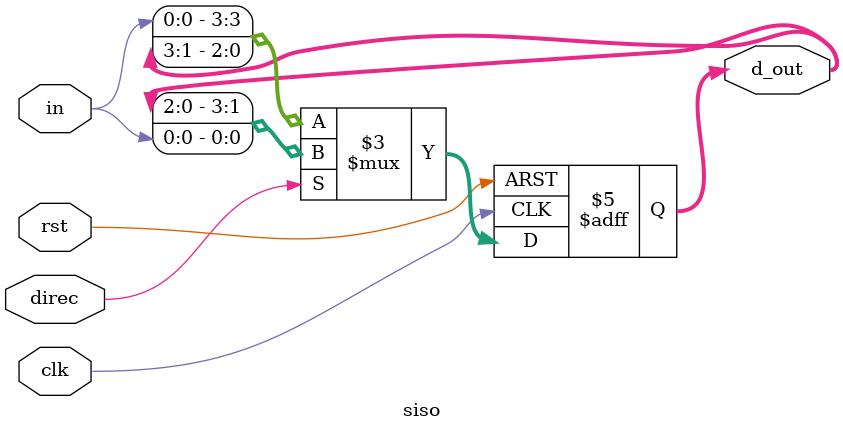
<source format=v>
module siso(
	input clk,rst,in,direc,
	output reg [3:0]d_out); // bidirectional
always@(posedge clk or posedge rst)
begin 
    if (rst)
	    d_out <= 4'b0000;
    else if(direc)
	    d_out <= {d_out[2:0],in};
    else
	    d_out <= {in,d_out[3:1]};
    end
    endmodule


</source>
